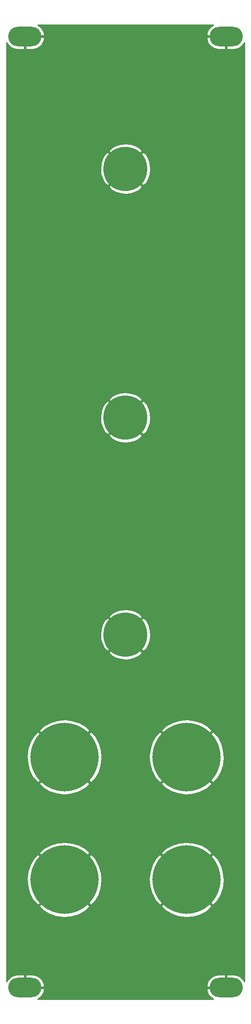
<source format=gbr>
%TF.GenerationSoftware,KiCad,Pcbnew,5.1.6-c6e7f7d~87~ubuntu20.04.1*%
%TF.CreationDate,2020-10-18T19:42:46-04:00*%
%TF.ProjectId,skvcf_panel,736b7663-665f-4706-916e-656c2e6b6963,rev?*%
%TF.SameCoordinates,Original*%
%TF.FileFunction,Copper,L2,Bot*%
%TF.FilePolarity,Positive*%
%FSLAX46Y46*%
G04 Gerber Fmt 4.6, Leading zero omitted, Abs format (unit mm)*
G04 Created by KiCad (PCBNEW 5.1.6-c6e7f7d~87~ubuntu20.04.1) date 2020-10-18 19:42:46*
%MOMM*%
%LPD*%
G01*
G04 APERTURE LIST*
%TA.AperFunction,ComponentPad*%
%ADD10O,6.800000X4.000000*%
%TD*%
%TA.AperFunction,ComponentPad*%
%ADD11C,14.000000*%
%TD*%
%TA.AperFunction,ComponentPad*%
%ADD12C,9.000000*%
%TD*%
%TA.AperFunction,Conductor*%
%ADD13C,0.254000*%
%TD*%
G04 APERTURE END LIST*
D10*
%TO.P,H11,1*%
%TO.N,GND*%
X-20600000Y53000000D03*
%TD*%
%TO.P,H10,1*%
%TO.N,GND*%
X20600000Y247000000D03*
%TD*%
%TO.P,H9,1*%
%TO.N,GND*%
X-20600000Y247000000D03*
%TD*%
%TO.P,H8,1*%
%TO.N,GND*%
X20600000Y53000000D03*
%TD*%
D11*
%TO.P,H7,1*%
%TO.N,GND*%
X12500000Y75000000D03*
%TD*%
%TO.P,H6,1*%
%TO.N,GND*%
X-12500000Y75000000D03*
%TD*%
%TO.P,H5,1*%
%TO.N,GND*%
X12500000Y100000000D03*
%TD*%
%TO.P,H4,1*%
%TO.N,GND*%
X-12500000Y100000000D03*
%TD*%
D12*
%TO.P,H3,1*%
%TO.N,GND*%
X0Y125000000D03*
%TD*%
%TO.P,H2,1*%
%TO.N,GND*%
X0Y220000000D03*
%TD*%
%TO.P,H1,1*%
%TO.N,GND*%
X0Y169246800D03*
%TD*%
D13*
%TO.N,GND*%
G36*
X17630475Y249120365D02*
G01*
X17246970Y248773424D01*
X16938519Y248358331D01*
X16716975Y247891038D01*
X16620333Y247537162D01*
X16727009Y247127000D01*
X20473000Y247127000D01*
X20473000Y247147000D01*
X20727000Y247147000D01*
X20727000Y247127000D01*
X20747000Y247127000D01*
X20747000Y246873000D01*
X20727000Y246873000D01*
X20727000Y244365000D01*
X22127000Y244365000D01*
X22638623Y244440407D01*
X23125704Y244614178D01*
X23569525Y244879635D01*
X23953030Y245226576D01*
X24261481Y245641669D01*
X24340000Y245807286D01*
X24340001Y54192712D01*
X24261481Y54358331D01*
X23953030Y54773424D01*
X23569525Y55120365D01*
X23125704Y55385822D01*
X22638623Y55559593D01*
X22127000Y55635000D01*
X20727000Y55635000D01*
X20727000Y53127000D01*
X20747000Y53127000D01*
X20747000Y52873000D01*
X20727000Y52873000D01*
X20727000Y52853000D01*
X20473000Y52853000D01*
X20473000Y52873000D01*
X16727009Y52873000D01*
X16620333Y52462838D01*
X16716975Y52108962D01*
X16938519Y51641669D01*
X17246970Y51226576D01*
X17630475Y50879635D01*
X17997686Y50660000D01*
X-17997686Y50660000D01*
X-17630475Y50879635D01*
X-17246970Y51226576D01*
X-16938519Y51641669D01*
X-16716975Y52108962D01*
X-16620333Y52462838D01*
X-16727009Y52873000D01*
X-20473000Y52873000D01*
X-20473000Y52853000D01*
X-20727000Y52853000D01*
X-20727000Y52873000D01*
X-20747000Y52873000D01*
X-20747000Y53127000D01*
X-20727000Y53127000D01*
X-20727000Y55635000D01*
X-20473000Y55635000D01*
X-20473000Y53127000D01*
X-16727009Y53127000D01*
X-16620333Y53537162D01*
X16620333Y53537162D01*
X16727009Y53127000D01*
X20473000Y53127000D01*
X20473000Y55635000D01*
X19073000Y55635000D01*
X18561377Y55559593D01*
X18074296Y55385822D01*
X17630475Y55120365D01*
X17246970Y54773424D01*
X16938519Y54358331D01*
X16716975Y53891038D01*
X16620333Y53537162D01*
X-16620333Y53537162D01*
X-16716975Y53891038D01*
X-16938519Y54358331D01*
X-17246970Y54773424D01*
X-17630475Y55120365D01*
X-18074296Y55385822D01*
X-18561377Y55559593D01*
X-19073000Y55635000D01*
X-20473000Y55635000D01*
X-20727000Y55635000D01*
X-22127000Y55635000D01*
X-22638623Y55559593D01*
X-23125704Y55385822D01*
X-23569525Y55120365D01*
X-23953030Y54773424D01*
X-24261481Y54358331D01*
X-24340000Y54192714D01*
X-24340000Y69598326D01*
X-17722068Y69598326D01*
X-16906092Y68719470D01*
X-15596160Y67980563D01*
X-14167244Y67511409D01*
X-12674257Y67330037D01*
X-11174572Y67443417D01*
X-9725824Y67847193D01*
X-8383686Y68525847D01*
X-8093908Y68719470D01*
X-7277932Y69598326D01*
X7277932Y69598326D01*
X8093908Y68719470D01*
X9403840Y67980563D01*
X10832756Y67511409D01*
X12325743Y67330037D01*
X13825428Y67443417D01*
X15274176Y67847193D01*
X16616314Y68525847D01*
X16906092Y68719470D01*
X17722068Y69598326D01*
X12500000Y74820395D01*
X7277932Y69598326D01*
X-7277932Y69598326D01*
X-12500000Y74820395D01*
X-17722068Y69598326D01*
X-24340000Y69598326D01*
X-24340000Y75174257D01*
X-20169963Y75174257D01*
X-20056583Y73674572D01*
X-19652807Y72225824D01*
X-18974153Y70883686D01*
X-18780530Y70593908D01*
X-17901674Y69777932D01*
X-12679605Y75000000D01*
X-12320395Y75000000D01*
X-7098326Y69777932D01*
X-6219470Y70593908D01*
X-5480563Y71903840D01*
X-5011409Y73332756D01*
X-4830037Y74825743D01*
X-4856385Y75174257D01*
X4830037Y75174257D01*
X4943417Y73674572D01*
X5347193Y72225824D01*
X6025847Y70883686D01*
X6219470Y70593908D01*
X7098326Y69777932D01*
X12320395Y75000000D01*
X12679605Y75000000D01*
X17901674Y69777932D01*
X18780530Y70593908D01*
X19519437Y71903840D01*
X19988591Y73332756D01*
X20169963Y74825743D01*
X20056583Y76325428D01*
X19652807Y77774176D01*
X18974153Y79116314D01*
X18780530Y79406092D01*
X17901674Y80222068D01*
X12679605Y75000000D01*
X12320395Y75000000D01*
X7098326Y80222068D01*
X6219470Y79406092D01*
X5480563Y78096160D01*
X5011409Y76667244D01*
X4830037Y75174257D01*
X-4856385Y75174257D01*
X-4943417Y76325428D01*
X-5347193Y77774176D01*
X-6025847Y79116314D01*
X-6219470Y79406092D01*
X-7098326Y80222068D01*
X-12320395Y75000000D01*
X-12679605Y75000000D01*
X-17901674Y80222068D01*
X-18780530Y79406092D01*
X-19519437Y78096160D01*
X-19988591Y76667244D01*
X-20169963Y75174257D01*
X-24340000Y75174257D01*
X-24340000Y80401674D01*
X-17722068Y80401674D01*
X-12500000Y75179605D01*
X-7277932Y80401674D01*
X7277932Y80401674D01*
X12500000Y75179605D01*
X17722068Y80401674D01*
X16906092Y81280530D01*
X15596160Y82019437D01*
X14167244Y82488591D01*
X12674257Y82669963D01*
X11174572Y82556583D01*
X9725824Y82152807D01*
X8383686Y81474153D01*
X8093908Y81280530D01*
X7277932Y80401674D01*
X-7277932Y80401674D01*
X-8093908Y81280530D01*
X-9403840Y82019437D01*
X-10832756Y82488591D01*
X-12325743Y82669963D01*
X-13825428Y82556583D01*
X-15274176Y82152807D01*
X-16616314Y81474153D01*
X-16906092Y81280530D01*
X-17722068Y80401674D01*
X-24340000Y80401674D01*
X-24340000Y94598326D01*
X-17722068Y94598326D01*
X-16906092Y93719470D01*
X-15596160Y92980563D01*
X-14167244Y92511409D01*
X-12674257Y92330037D01*
X-11174572Y92443417D01*
X-9725824Y92847193D01*
X-8383686Y93525847D01*
X-8093908Y93719470D01*
X-7277932Y94598326D01*
X7277932Y94598326D01*
X8093908Y93719470D01*
X9403840Y92980563D01*
X10832756Y92511409D01*
X12325743Y92330037D01*
X13825428Y92443417D01*
X15274176Y92847193D01*
X16616314Y93525847D01*
X16906092Y93719470D01*
X17722068Y94598326D01*
X12500000Y99820395D01*
X7277932Y94598326D01*
X-7277932Y94598326D01*
X-12500000Y99820395D01*
X-17722068Y94598326D01*
X-24340000Y94598326D01*
X-24340000Y100174257D01*
X-20169963Y100174257D01*
X-20056583Y98674572D01*
X-19652807Y97225824D01*
X-18974153Y95883686D01*
X-18780530Y95593908D01*
X-17901674Y94777932D01*
X-12679605Y100000000D01*
X-12320395Y100000000D01*
X-7098326Y94777932D01*
X-6219470Y95593908D01*
X-5480563Y96903840D01*
X-5011409Y98332756D01*
X-4830037Y99825743D01*
X-4856385Y100174257D01*
X4830037Y100174257D01*
X4943417Y98674572D01*
X5347193Y97225824D01*
X6025847Y95883686D01*
X6219470Y95593908D01*
X7098326Y94777932D01*
X12320395Y100000000D01*
X12679605Y100000000D01*
X17901674Y94777932D01*
X18780530Y95593908D01*
X19519437Y96903840D01*
X19988591Y98332756D01*
X20169963Y99825743D01*
X20056583Y101325428D01*
X19652807Y102774176D01*
X18974153Y104116314D01*
X18780530Y104406092D01*
X17901674Y105222068D01*
X12679605Y100000000D01*
X12320395Y100000000D01*
X7098326Y105222068D01*
X6219470Y104406092D01*
X5480563Y103096160D01*
X5011409Y101667244D01*
X4830037Y100174257D01*
X-4856385Y100174257D01*
X-4943417Y101325428D01*
X-5347193Y102774176D01*
X-6025847Y104116314D01*
X-6219470Y104406092D01*
X-7098326Y105222068D01*
X-12320395Y100000000D01*
X-12679605Y100000000D01*
X-17901674Y105222068D01*
X-18780530Y104406092D01*
X-19519437Y103096160D01*
X-19988591Y101667244D01*
X-20169963Y100174257D01*
X-24340000Y100174257D01*
X-24340000Y105401674D01*
X-17722068Y105401674D01*
X-12500000Y100179605D01*
X-7277932Y105401674D01*
X7277932Y105401674D01*
X12500000Y100179605D01*
X17722068Y105401674D01*
X16906092Y106280530D01*
X15596160Y107019437D01*
X14167244Y107488591D01*
X12674257Y107669963D01*
X11174572Y107556583D01*
X9725824Y107152807D01*
X8383686Y106474153D01*
X8093908Y106280530D01*
X7277932Y105401674D01*
X-7277932Y105401674D01*
X-8093908Y106280530D01*
X-9403840Y107019437D01*
X-10832756Y107488591D01*
X-12325743Y107669963D01*
X-13825428Y107556583D01*
X-15274176Y107152807D01*
X-16616314Y106474153D01*
X-16906092Y106280530D01*
X-17722068Y105401674D01*
X-24340000Y105401674D01*
X-24340000Y121375029D01*
X-3445366Y121375029D01*
X-2929217Y120752212D01*
X-2044232Y120262370D01*
X-1080686Y119954593D01*
X-75611Y119840707D01*
X932370Y119925090D01*
X1904520Y120204499D01*
X2803481Y120668197D01*
X2929217Y120752212D01*
X3445366Y121375029D01*
X0Y124820395D01*
X-3445366Y121375029D01*
X-24340000Y121375029D01*
X-24340000Y125075611D01*
X-5159293Y125075611D01*
X-5074910Y124067630D01*
X-4795501Y123095480D01*
X-4331803Y122196519D01*
X-4247788Y122070783D01*
X-3624971Y121554634D01*
X-179605Y125000000D01*
X179605Y125000000D01*
X3624971Y121554634D01*
X4247788Y122070783D01*
X4737630Y122955768D01*
X5045407Y123919314D01*
X5159293Y124924389D01*
X5074910Y125932370D01*
X4795501Y126904520D01*
X4331803Y127803481D01*
X4247788Y127929217D01*
X3624971Y128445366D01*
X179605Y125000000D01*
X-179605Y125000000D01*
X-3624971Y128445366D01*
X-4247788Y127929217D01*
X-4737630Y127044232D01*
X-5045407Y126080686D01*
X-5159293Y125075611D01*
X-24340000Y125075611D01*
X-24340000Y128624971D01*
X-3445366Y128624971D01*
X0Y125179605D01*
X3445366Y128624971D01*
X2929217Y129247788D01*
X2044232Y129737630D01*
X1080686Y130045407D01*
X75611Y130159293D01*
X-932370Y130074910D01*
X-1904520Y129795501D01*
X-2803481Y129331803D01*
X-2929217Y129247788D01*
X-3445366Y128624971D01*
X-24340000Y128624971D01*
X-24340000Y165621829D01*
X-3445366Y165621829D01*
X-2929217Y164999012D01*
X-2044232Y164509170D01*
X-1080686Y164201393D01*
X-75611Y164087507D01*
X932370Y164171890D01*
X1904520Y164451299D01*
X2803481Y164914997D01*
X2929217Y164999012D01*
X3445366Y165621829D01*
X0Y169067195D01*
X-3445366Y165621829D01*
X-24340000Y165621829D01*
X-24340000Y169322411D01*
X-5159293Y169322411D01*
X-5074910Y168314430D01*
X-4795501Y167342280D01*
X-4331803Y166443319D01*
X-4247788Y166317583D01*
X-3624971Y165801434D01*
X-179605Y169246800D01*
X179605Y169246800D01*
X3624971Y165801434D01*
X4247788Y166317583D01*
X4737630Y167202568D01*
X5045407Y168166114D01*
X5159293Y169171189D01*
X5074910Y170179170D01*
X4795501Y171151320D01*
X4331803Y172050281D01*
X4247788Y172176017D01*
X3624971Y172692166D01*
X179605Y169246800D01*
X-179605Y169246800D01*
X-3624971Y172692166D01*
X-4247788Y172176017D01*
X-4737630Y171291032D01*
X-5045407Y170327486D01*
X-5159293Y169322411D01*
X-24340000Y169322411D01*
X-24340000Y172871771D01*
X-3445366Y172871771D01*
X0Y169426405D01*
X3445366Y172871771D01*
X2929217Y173494588D01*
X2044232Y173984430D01*
X1080686Y174292207D01*
X75611Y174406093D01*
X-932370Y174321710D01*
X-1904520Y174042301D01*
X-2803481Y173578603D01*
X-2929217Y173494588D01*
X-3445366Y172871771D01*
X-24340000Y172871771D01*
X-24340000Y216375029D01*
X-3445366Y216375029D01*
X-2929217Y215752212D01*
X-2044232Y215262370D01*
X-1080686Y214954593D01*
X-75611Y214840707D01*
X932370Y214925090D01*
X1904520Y215204499D01*
X2803481Y215668197D01*
X2929217Y215752212D01*
X3445366Y216375029D01*
X0Y219820395D01*
X-3445366Y216375029D01*
X-24340000Y216375029D01*
X-24340000Y220075611D01*
X-5159293Y220075611D01*
X-5074910Y219067630D01*
X-4795501Y218095480D01*
X-4331803Y217196519D01*
X-4247788Y217070783D01*
X-3624971Y216554634D01*
X-179605Y220000000D01*
X179605Y220000000D01*
X3624971Y216554634D01*
X4247788Y217070783D01*
X4737630Y217955768D01*
X5045407Y218919314D01*
X5159293Y219924389D01*
X5074910Y220932370D01*
X4795501Y221904520D01*
X4331803Y222803481D01*
X4247788Y222929217D01*
X3624971Y223445366D01*
X179605Y220000000D01*
X-179605Y220000000D01*
X-3624971Y223445366D01*
X-4247788Y222929217D01*
X-4737630Y222044232D01*
X-5045407Y221080686D01*
X-5159293Y220075611D01*
X-24340000Y220075611D01*
X-24340000Y223624971D01*
X-3445366Y223624971D01*
X0Y220179605D01*
X3445366Y223624971D01*
X2929217Y224247788D01*
X2044232Y224737630D01*
X1080686Y225045407D01*
X75611Y225159293D01*
X-932370Y225074910D01*
X-1904520Y224795501D01*
X-2803481Y224331803D01*
X-2929217Y224247788D01*
X-3445366Y223624971D01*
X-24340000Y223624971D01*
X-24340000Y245807286D01*
X-24261481Y245641669D01*
X-23953030Y245226576D01*
X-23569525Y244879635D01*
X-23125704Y244614178D01*
X-22638623Y244440407D01*
X-22127000Y244365000D01*
X-20727000Y244365000D01*
X-20727000Y246873000D01*
X-20473000Y246873000D01*
X-20473000Y244365000D01*
X-19073000Y244365000D01*
X-18561377Y244440407D01*
X-18074296Y244614178D01*
X-17630475Y244879635D01*
X-17246970Y245226576D01*
X-16938519Y245641669D01*
X-16716975Y246108962D01*
X-16620333Y246462838D01*
X16620333Y246462838D01*
X16716975Y246108962D01*
X16938519Y245641669D01*
X17246970Y245226576D01*
X17630475Y244879635D01*
X18074296Y244614178D01*
X18561377Y244440407D01*
X19073000Y244365000D01*
X20473000Y244365000D01*
X20473000Y246873000D01*
X16727009Y246873000D01*
X16620333Y246462838D01*
X-16620333Y246462838D01*
X-16727009Y246873000D01*
X-20473000Y246873000D01*
X-20727000Y246873000D01*
X-20747000Y246873000D01*
X-20747000Y247127000D01*
X-20727000Y247127000D01*
X-20727000Y247147000D01*
X-20473000Y247147000D01*
X-20473000Y247127000D01*
X-16727009Y247127000D01*
X-16620333Y247537162D01*
X-16716975Y247891038D01*
X-16938519Y248358331D01*
X-17246970Y248773424D01*
X-17630475Y249120365D01*
X-17997686Y249340000D01*
X17997686Y249340000D01*
X17630475Y249120365D01*
G37*
X17630475Y249120365D02*
X17246970Y248773424D01*
X16938519Y248358331D01*
X16716975Y247891038D01*
X16620333Y247537162D01*
X16727009Y247127000D01*
X20473000Y247127000D01*
X20473000Y247147000D01*
X20727000Y247147000D01*
X20727000Y247127000D01*
X20747000Y247127000D01*
X20747000Y246873000D01*
X20727000Y246873000D01*
X20727000Y244365000D01*
X22127000Y244365000D01*
X22638623Y244440407D01*
X23125704Y244614178D01*
X23569525Y244879635D01*
X23953030Y245226576D01*
X24261481Y245641669D01*
X24340000Y245807286D01*
X24340001Y54192712D01*
X24261481Y54358331D01*
X23953030Y54773424D01*
X23569525Y55120365D01*
X23125704Y55385822D01*
X22638623Y55559593D01*
X22127000Y55635000D01*
X20727000Y55635000D01*
X20727000Y53127000D01*
X20747000Y53127000D01*
X20747000Y52873000D01*
X20727000Y52873000D01*
X20727000Y52853000D01*
X20473000Y52853000D01*
X20473000Y52873000D01*
X16727009Y52873000D01*
X16620333Y52462838D01*
X16716975Y52108962D01*
X16938519Y51641669D01*
X17246970Y51226576D01*
X17630475Y50879635D01*
X17997686Y50660000D01*
X-17997686Y50660000D01*
X-17630475Y50879635D01*
X-17246970Y51226576D01*
X-16938519Y51641669D01*
X-16716975Y52108962D01*
X-16620333Y52462838D01*
X-16727009Y52873000D01*
X-20473000Y52873000D01*
X-20473000Y52853000D01*
X-20727000Y52853000D01*
X-20727000Y52873000D01*
X-20747000Y52873000D01*
X-20747000Y53127000D01*
X-20727000Y53127000D01*
X-20727000Y55635000D01*
X-20473000Y55635000D01*
X-20473000Y53127000D01*
X-16727009Y53127000D01*
X-16620333Y53537162D01*
X16620333Y53537162D01*
X16727009Y53127000D01*
X20473000Y53127000D01*
X20473000Y55635000D01*
X19073000Y55635000D01*
X18561377Y55559593D01*
X18074296Y55385822D01*
X17630475Y55120365D01*
X17246970Y54773424D01*
X16938519Y54358331D01*
X16716975Y53891038D01*
X16620333Y53537162D01*
X-16620333Y53537162D01*
X-16716975Y53891038D01*
X-16938519Y54358331D01*
X-17246970Y54773424D01*
X-17630475Y55120365D01*
X-18074296Y55385822D01*
X-18561377Y55559593D01*
X-19073000Y55635000D01*
X-20473000Y55635000D01*
X-20727000Y55635000D01*
X-22127000Y55635000D01*
X-22638623Y55559593D01*
X-23125704Y55385822D01*
X-23569525Y55120365D01*
X-23953030Y54773424D01*
X-24261481Y54358331D01*
X-24340000Y54192714D01*
X-24340000Y69598326D01*
X-17722068Y69598326D01*
X-16906092Y68719470D01*
X-15596160Y67980563D01*
X-14167244Y67511409D01*
X-12674257Y67330037D01*
X-11174572Y67443417D01*
X-9725824Y67847193D01*
X-8383686Y68525847D01*
X-8093908Y68719470D01*
X-7277932Y69598326D01*
X7277932Y69598326D01*
X8093908Y68719470D01*
X9403840Y67980563D01*
X10832756Y67511409D01*
X12325743Y67330037D01*
X13825428Y67443417D01*
X15274176Y67847193D01*
X16616314Y68525847D01*
X16906092Y68719470D01*
X17722068Y69598326D01*
X12500000Y74820395D01*
X7277932Y69598326D01*
X-7277932Y69598326D01*
X-12500000Y74820395D01*
X-17722068Y69598326D01*
X-24340000Y69598326D01*
X-24340000Y75174257D01*
X-20169963Y75174257D01*
X-20056583Y73674572D01*
X-19652807Y72225824D01*
X-18974153Y70883686D01*
X-18780530Y70593908D01*
X-17901674Y69777932D01*
X-12679605Y75000000D01*
X-12320395Y75000000D01*
X-7098326Y69777932D01*
X-6219470Y70593908D01*
X-5480563Y71903840D01*
X-5011409Y73332756D01*
X-4830037Y74825743D01*
X-4856385Y75174257D01*
X4830037Y75174257D01*
X4943417Y73674572D01*
X5347193Y72225824D01*
X6025847Y70883686D01*
X6219470Y70593908D01*
X7098326Y69777932D01*
X12320395Y75000000D01*
X12679605Y75000000D01*
X17901674Y69777932D01*
X18780530Y70593908D01*
X19519437Y71903840D01*
X19988591Y73332756D01*
X20169963Y74825743D01*
X20056583Y76325428D01*
X19652807Y77774176D01*
X18974153Y79116314D01*
X18780530Y79406092D01*
X17901674Y80222068D01*
X12679605Y75000000D01*
X12320395Y75000000D01*
X7098326Y80222068D01*
X6219470Y79406092D01*
X5480563Y78096160D01*
X5011409Y76667244D01*
X4830037Y75174257D01*
X-4856385Y75174257D01*
X-4943417Y76325428D01*
X-5347193Y77774176D01*
X-6025847Y79116314D01*
X-6219470Y79406092D01*
X-7098326Y80222068D01*
X-12320395Y75000000D01*
X-12679605Y75000000D01*
X-17901674Y80222068D01*
X-18780530Y79406092D01*
X-19519437Y78096160D01*
X-19988591Y76667244D01*
X-20169963Y75174257D01*
X-24340000Y75174257D01*
X-24340000Y80401674D01*
X-17722068Y80401674D01*
X-12500000Y75179605D01*
X-7277932Y80401674D01*
X7277932Y80401674D01*
X12500000Y75179605D01*
X17722068Y80401674D01*
X16906092Y81280530D01*
X15596160Y82019437D01*
X14167244Y82488591D01*
X12674257Y82669963D01*
X11174572Y82556583D01*
X9725824Y82152807D01*
X8383686Y81474153D01*
X8093908Y81280530D01*
X7277932Y80401674D01*
X-7277932Y80401674D01*
X-8093908Y81280530D01*
X-9403840Y82019437D01*
X-10832756Y82488591D01*
X-12325743Y82669963D01*
X-13825428Y82556583D01*
X-15274176Y82152807D01*
X-16616314Y81474153D01*
X-16906092Y81280530D01*
X-17722068Y80401674D01*
X-24340000Y80401674D01*
X-24340000Y94598326D01*
X-17722068Y94598326D01*
X-16906092Y93719470D01*
X-15596160Y92980563D01*
X-14167244Y92511409D01*
X-12674257Y92330037D01*
X-11174572Y92443417D01*
X-9725824Y92847193D01*
X-8383686Y93525847D01*
X-8093908Y93719470D01*
X-7277932Y94598326D01*
X7277932Y94598326D01*
X8093908Y93719470D01*
X9403840Y92980563D01*
X10832756Y92511409D01*
X12325743Y92330037D01*
X13825428Y92443417D01*
X15274176Y92847193D01*
X16616314Y93525847D01*
X16906092Y93719470D01*
X17722068Y94598326D01*
X12500000Y99820395D01*
X7277932Y94598326D01*
X-7277932Y94598326D01*
X-12500000Y99820395D01*
X-17722068Y94598326D01*
X-24340000Y94598326D01*
X-24340000Y100174257D01*
X-20169963Y100174257D01*
X-20056583Y98674572D01*
X-19652807Y97225824D01*
X-18974153Y95883686D01*
X-18780530Y95593908D01*
X-17901674Y94777932D01*
X-12679605Y100000000D01*
X-12320395Y100000000D01*
X-7098326Y94777932D01*
X-6219470Y95593908D01*
X-5480563Y96903840D01*
X-5011409Y98332756D01*
X-4830037Y99825743D01*
X-4856385Y100174257D01*
X4830037Y100174257D01*
X4943417Y98674572D01*
X5347193Y97225824D01*
X6025847Y95883686D01*
X6219470Y95593908D01*
X7098326Y94777932D01*
X12320395Y100000000D01*
X12679605Y100000000D01*
X17901674Y94777932D01*
X18780530Y95593908D01*
X19519437Y96903840D01*
X19988591Y98332756D01*
X20169963Y99825743D01*
X20056583Y101325428D01*
X19652807Y102774176D01*
X18974153Y104116314D01*
X18780530Y104406092D01*
X17901674Y105222068D01*
X12679605Y100000000D01*
X12320395Y100000000D01*
X7098326Y105222068D01*
X6219470Y104406092D01*
X5480563Y103096160D01*
X5011409Y101667244D01*
X4830037Y100174257D01*
X-4856385Y100174257D01*
X-4943417Y101325428D01*
X-5347193Y102774176D01*
X-6025847Y104116314D01*
X-6219470Y104406092D01*
X-7098326Y105222068D01*
X-12320395Y100000000D01*
X-12679605Y100000000D01*
X-17901674Y105222068D01*
X-18780530Y104406092D01*
X-19519437Y103096160D01*
X-19988591Y101667244D01*
X-20169963Y100174257D01*
X-24340000Y100174257D01*
X-24340000Y105401674D01*
X-17722068Y105401674D01*
X-12500000Y100179605D01*
X-7277932Y105401674D01*
X7277932Y105401674D01*
X12500000Y100179605D01*
X17722068Y105401674D01*
X16906092Y106280530D01*
X15596160Y107019437D01*
X14167244Y107488591D01*
X12674257Y107669963D01*
X11174572Y107556583D01*
X9725824Y107152807D01*
X8383686Y106474153D01*
X8093908Y106280530D01*
X7277932Y105401674D01*
X-7277932Y105401674D01*
X-8093908Y106280530D01*
X-9403840Y107019437D01*
X-10832756Y107488591D01*
X-12325743Y107669963D01*
X-13825428Y107556583D01*
X-15274176Y107152807D01*
X-16616314Y106474153D01*
X-16906092Y106280530D01*
X-17722068Y105401674D01*
X-24340000Y105401674D01*
X-24340000Y121375029D01*
X-3445366Y121375029D01*
X-2929217Y120752212D01*
X-2044232Y120262370D01*
X-1080686Y119954593D01*
X-75611Y119840707D01*
X932370Y119925090D01*
X1904520Y120204499D01*
X2803481Y120668197D01*
X2929217Y120752212D01*
X3445366Y121375029D01*
X0Y124820395D01*
X-3445366Y121375029D01*
X-24340000Y121375029D01*
X-24340000Y125075611D01*
X-5159293Y125075611D01*
X-5074910Y124067630D01*
X-4795501Y123095480D01*
X-4331803Y122196519D01*
X-4247788Y122070783D01*
X-3624971Y121554634D01*
X-179605Y125000000D01*
X179605Y125000000D01*
X3624971Y121554634D01*
X4247788Y122070783D01*
X4737630Y122955768D01*
X5045407Y123919314D01*
X5159293Y124924389D01*
X5074910Y125932370D01*
X4795501Y126904520D01*
X4331803Y127803481D01*
X4247788Y127929217D01*
X3624971Y128445366D01*
X179605Y125000000D01*
X-179605Y125000000D01*
X-3624971Y128445366D01*
X-4247788Y127929217D01*
X-4737630Y127044232D01*
X-5045407Y126080686D01*
X-5159293Y125075611D01*
X-24340000Y125075611D01*
X-24340000Y128624971D01*
X-3445366Y128624971D01*
X0Y125179605D01*
X3445366Y128624971D01*
X2929217Y129247788D01*
X2044232Y129737630D01*
X1080686Y130045407D01*
X75611Y130159293D01*
X-932370Y130074910D01*
X-1904520Y129795501D01*
X-2803481Y129331803D01*
X-2929217Y129247788D01*
X-3445366Y128624971D01*
X-24340000Y128624971D01*
X-24340000Y165621829D01*
X-3445366Y165621829D01*
X-2929217Y164999012D01*
X-2044232Y164509170D01*
X-1080686Y164201393D01*
X-75611Y164087507D01*
X932370Y164171890D01*
X1904520Y164451299D01*
X2803481Y164914997D01*
X2929217Y164999012D01*
X3445366Y165621829D01*
X0Y169067195D01*
X-3445366Y165621829D01*
X-24340000Y165621829D01*
X-24340000Y169322411D01*
X-5159293Y169322411D01*
X-5074910Y168314430D01*
X-4795501Y167342280D01*
X-4331803Y166443319D01*
X-4247788Y166317583D01*
X-3624971Y165801434D01*
X-179605Y169246800D01*
X179605Y169246800D01*
X3624971Y165801434D01*
X4247788Y166317583D01*
X4737630Y167202568D01*
X5045407Y168166114D01*
X5159293Y169171189D01*
X5074910Y170179170D01*
X4795501Y171151320D01*
X4331803Y172050281D01*
X4247788Y172176017D01*
X3624971Y172692166D01*
X179605Y169246800D01*
X-179605Y169246800D01*
X-3624971Y172692166D01*
X-4247788Y172176017D01*
X-4737630Y171291032D01*
X-5045407Y170327486D01*
X-5159293Y169322411D01*
X-24340000Y169322411D01*
X-24340000Y172871771D01*
X-3445366Y172871771D01*
X0Y169426405D01*
X3445366Y172871771D01*
X2929217Y173494588D01*
X2044232Y173984430D01*
X1080686Y174292207D01*
X75611Y174406093D01*
X-932370Y174321710D01*
X-1904520Y174042301D01*
X-2803481Y173578603D01*
X-2929217Y173494588D01*
X-3445366Y172871771D01*
X-24340000Y172871771D01*
X-24340000Y216375029D01*
X-3445366Y216375029D01*
X-2929217Y215752212D01*
X-2044232Y215262370D01*
X-1080686Y214954593D01*
X-75611Y214840707D01*
X932370Y214925090D01*
X1904520Y215204499D01*
X2803481Y215668197D01*
X2929217Y215752212D01*
X3445366Y216375029D01*
X0Y219820395D01*
X-3445366Y216375029D01*
X-24340000Y216375029D01*
X-24340000Y220075611D01*
X-5159293Y220075611D01*
X-5074910Y219067630D01*
X-4795501Y218095480D01*
X-4331803Y217196519D01*
X-4247788Y217070783D01*
X-3624971Y216554634D01*
X-179605Y220000000D01*
X179605Y220000000D01*
X3624971Y216554634D01*
X4247788Y217070783D01*
X4737630Y217955768D01*
X5045407Y218919314D01*
X5159293Y219924389D01*
X5074910Y220932370D01*
X4795501Y221904520D01*
X4331803Y222803481D01*
X4247788Y222929217D01*
X3624971Y223445366D01*
X179605Y220000000D01*
X-179605Y220000000D01*
X-3624971Y223445366D01*
X-4247788Y222929217D01*
X-4737630Y222044232D01*
X-5045407Y221080686D01*
X-5159293Y220075611D01*
X-24340000Y220075611D01*
X-24340000Y223624971D01*
X-3445366Y223624971D01*
X0Y220179605D01*
X3445366Y223624971D01*
X2929217Y224247788D01*
X2044232Y224737630D01*
X1080686Y225045407D01*
X75611Y225159293D01*
X-932370Y225074910D01*
X-1904520Y224795501D01*
X-2803481Y224331803D01*
X-2929217Y224247788D01*
X-3445366Y223624971D01*
X-24340000Y223624971D01*
X-24340000Y245807286D01*
X-24261481Y245641669D01*
X-23953030Y245226576D01*
X-23569525Y244879635D01*
X-23125704Y244614178D01*
X-22638623Y244440407D01*
X-22127000Y244365000D01*
X-20727000Y244365000D01*
X-20727000Y246873000D01*
X-20473000Y246873000D01*
X-20473000Y244365000D01*
X-19073000Y244365000D01*
X-18561377Y244440407D01*
X-18074296Y244614178D01*
X-17630475Y244879635D01*
X-17246970Y245226576D01*
X-16938519Y245641669D01*
X-16716975Y246108962D01*
X-16620333Y246462838D01*
X16620333Y246462838D01*
X16716975Y246108962D01*
X16938519Y245641669D01*
X17246970Y245226576D01*
X17630475Y244879635D01*
X18074296Y244614178D01*
X18561377Y244440407D01*
X19073000Y244365000D01*
X20473000Y244365000D01*
X20473000Y246873000D01*
X16727009Y246873000D01*
X16620333Y246462838D01*
X-16620333Y246462838D01*
X-16727009Y246873000D01*
X-20473000Y246873000D01*
X-20727000Y246873000D01*
X-20747000Y246873000D01*
X-20747000Y247127000D01*
X-20727000Y247127000D01*
X-20727000Y247147000D01*
X-20473000Y247147000D01*
X-20473000Y247127000D01*
X-16727009Y247127000D01*
X-16620333Y247537162D01*
X-16716975Y247891038D01*
X-16938519Y248358331D01*
X-17246970Y248773424D01*
X-17630475Y249120365D01*
X-17997686Y249340000D01*
X17997686Y249340000D01*
X17630475Y249120365D01*
%TD*%
M02*

</source>
